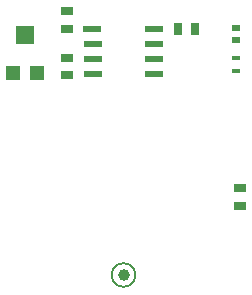
<source format=gbr>
%TF.GenerationSoftware,KiCad,Pcbnew,(5.99.0-11441-g1a5e63bcab)*%
%TF.CreationDate,2021-07-19T16:29:47+02:00*%
%TF.ProjectId,MQ Breakout,4d512042-7265-4616-9b6f-75742e6b6963,rev?*%
%TF.SameCoordinates,Original*%
%TF.FileFunction,Paste,Top*%
%TF.FilePolarity,Positive*%
%FSLAX46Y46*%
G04 Gerber Fmt 4.6, Leading zero omitted, Abs format (unit mm)*
G04 Created by KiCad (PCBNEW (5.99.0-11441-g1a5e63bcab)) date 2021-07-19 16:29:47*
%MOMM*%
%LPD*%
G01*
G04 APERTURE LIST*
%ADD10C,0.200000*%
%ADD11R,1.000000X0.640000*%
%ADD12R,0.750000X0.450000*%
%ADD13C,1.000000*%
%ADD14R,1.200000X1.200000*%
%ADD15R,1.600000X1.500000*%
%ADD16R,1.000000X0.660000*%
%ADD17R,0.640000X0.540000*%
%ADD18R,0.660000X1.000000*%
%ADD19R,1.550000X0.600000*%
G04 APERTURE END LIST*
D10*
%TO.C,FD1*%
X103000000Y-122600000D02*
G75*
G03*
X103000000Y-122600000I-1000000J0D01*
G01*
%TD*%
D11*
%TO.C,R1*%
X111850000Y-115225000D03*
X111850000Y-116775000D03*
%TD*%
D12*
%TO.C,D1*%
X111500000Y-105312500D03*
X111500000Y-104212500D03*
%TD*%
D13*
%TO.C,FD1*%
X102000000Y-122600000D03*
%TD*%
D14*
%TO.C,R2*%
X94650000Y-105500000D03*
D15*
X93650000Y-102250000D03*
D14*
X92650000Y-105500000D03*
%TD*%
D16*
%TO.C,C1*%
X97250000Y-104220000D03*
X97250000Y-105680000D03*
%TD*%
D17*
%TO.C,R4*%
X111500000Y-102700000D03*
X111500000Y-101700000D03*
%TD*%
D18*
%TO.C,C2*%
X106620000Y-101800000D03*
X108080000Y-101800000D03*
%TD*%
D11*
%TO.C,R3*%
X97250000Y-100225000D03*
X97250000Y-101775000D03*
%TD*%
D19*
%TO.C,U2*%
X104600000Y-101795000D03*
X104600000Y-103065000D03*
X104600000Y-104335000D03*
X104600000Y-105605000D03*
X99400000Y-105605000D03*
X99400000Y-104335000D03*
X99400000Y-103065000D03*
X99300000Y-101795000D03*
%TD*%
M02*

</source>
